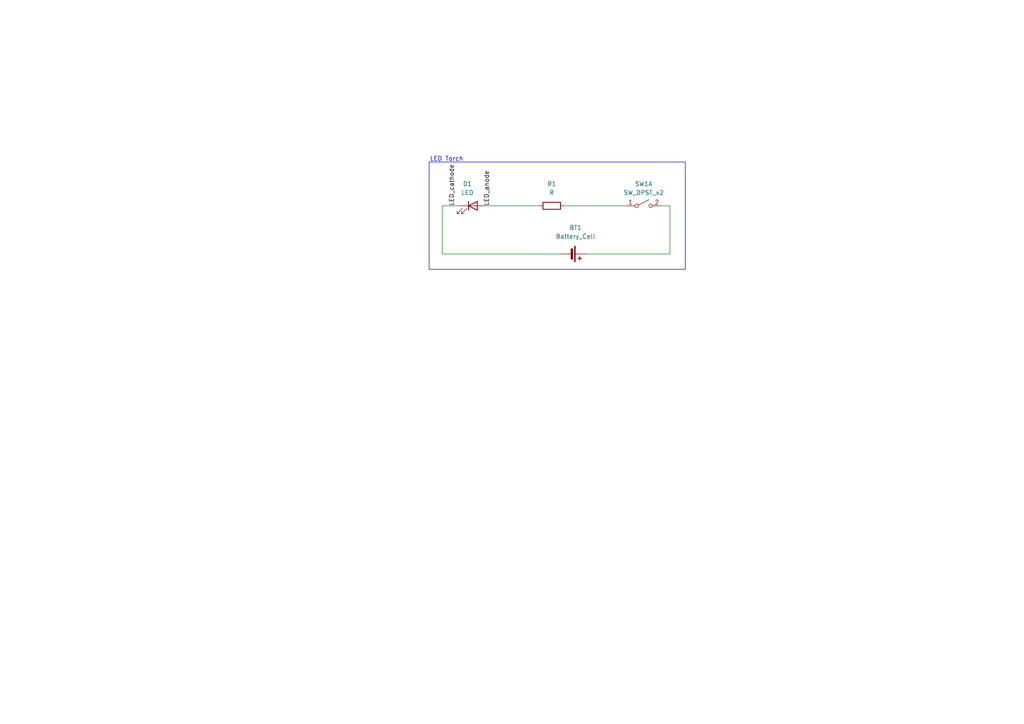
<source format=kicad_sch>
(kicad_sch (version 20231120) (generator "eeschema") (generator_version "8.0")
  (paper "A4")
  (title_block (title "LED projects") (date "2024-12-26") (rev "1") (company "Electro edge technologies"))
  (lib_symbols
    (symbol "Device:Battery_Cell" (pin_numbers hide) (pin_names (offset 0) hide)
      (property "Reference" "BT" (at 2.54 2.54 0))
      (property "Value" "Battery_Cell" (at 2.54 0 0))
      (symbol "Battery_Cell_0_1"
        (rectangle (start -2.286 1.778) (end 2.286 1.524) (fill (type outline)))
        (rectangle (start -1.524 1.016) (end 1.524 0.508) (fill (type outline)))
        (polyline (pts (xy 0 0.762) (xy 0 0)))
        (polyline (pts (xy 0 1.778) (xy 0 2.54)))
        (polyline (pts (xy 0.762 3.048) (xy 1.778 3.048)) (stroke (width 0.254)))
        (polyline (pts (xy 1.27 3.556) (xy 1.27 2.54)) (stroke (width 0.254)))
      )
      (symbol "Battery_Cell_1_1"
        (pin passive line (at 0 5.08 270) (length 2.54) (name "+") (number "1"))
        (pin passive line (at 0 -2.54 90) (length 2.54) (name "-") (number "2"))
      )
    )
    (symbol "Device:LED" (pin_numbers hide) (pin_names (offset 1.016) hide)
      (property "Reference" "D" (at 0 2.54 0))
      (property "Value" "LED" (at 0 -2.54 0))
      (symbol "LED_0_1"
        (polyline (pts (xy -1.27 -1.27) (xy -1.27 1.27)) (stroke (width 0.254)))
        (polyline (pts (xy -1.27 0) (xy 1.27 0)))
        (polyline (pts (xy 1.27 -1.27) (xy 1.27 1.27) (xy -1.27 0) (xy 1.27 -1.27)) (stroke (width 0.254)))
        (polyline (pts (xy -3.048 -0.762) (xy -4.572 -2.286) (xy -3.81 -2.286) (xy -4.572 -2.286) (xy -4.572 -1.524)))
        (polyline (pts (xy -1.778 -0.762) (xy -3.302 -2.286) (xy -2.54 -2.286) (xy -3.302 -2.286) (xy -3.302 -1.524)))
      )
      (symbol "LED_1_1"
        (pin passive line (at -3.81 0 0) (length 2.54) (name "K") (number "1"))
        (pin passive line (at 3.81 0 180) (length 2.54) (name "A") (number "2"))
      )
    )
    (symbol "Device:R" (pin_numbers hide) (pin_names (offset 0))
      (property "Reference" "R" (at 2.032 0 90))
      (property "Value" "R" (at 0 0 90))
      (symbol "R_0_1"
        (rectangle (start -1.016 -2.54) (end 1.016 2.54) (stroke (width 0.254)))
      )
      (symbol "R_1_1"
        (pin passive line (at 0 3.81 270) (length 1.27) (name "~") (number "1"))
        (pin passive line (at 0 -3.81 90) (length 1.27) (name "~") (number "2"))
      )
    )
    (symbol "Switch:SW_DPST_x2" (pin_names (offset 0) hide)
      (property "Reference" "SW" (at 0 3.175 0))
      (property "Value" "SW_DPST_x2" (at 0 -2.54 0))
      (symbol "SW_DPST_x2_0_0"
        (circle (center -2.032 0) (radius 0.508))
        (polyline (pts (xy -1.524 0.254) (xy 1.524 1.778)))
        (circle (center 2.032 0) (radius 0.508))
      )
      (symbol "SW_DPST_x2_1_1"
        (pin passive line (at -5.08 0 0) (length 2.54) (name "A") (number "1"))
        (pin passive line (at 5.08 0 180) (length 2.54) (name "B") (number "2"))
      )
      (symbol "SW_DPST_x2_2_1"
        (pin passive line (at -5.08 0 0) (length 2.54) (name "A") (number "3"))
        (pin passive line (at 5.08 0 180) (length 2.54) (name "B") (number "4"))
      )
    )
  )
  (wire (pts (xy 128.27 73.66) (xy 162.56 73.66)))
  (wire (pts (xy 170.18 73.66) (xy 194.31 73.66)))
  (wire (pts (xy 133.35 59.69) (xy 128.27 59.69)))
  (wire (pts (xy 140.97 59.69) (xy 156.21 59.69)))
  (wire (pts (xy 194.31 59.69) (xy 191.77 59.69)))
  (wire (pts (xy 163.83 59.69) (xy 181.61 59.69)))
  (wire (pts (xy 194.31 73.66) (xy 194.31 59.69)))
  (wire (pts (xy 128.27 59.69) (xy 128.27 73.66)))
  (rectangle (start 124.46 46.99) (end 198.755 78.105))
  (text "LED Torch" (at 129.54 46.228 0) (effects (font (size 1.27 1.27))))
  (label "LED_cathode" (at 132.08 59.69 90))
  (label "LED_anode" (at 142.24 59.69 90))
  (symbol (lib_id "Device:Battery_Cell") (at 165.1 73.66 270) (unit 1)
    (property "Reference" "BT1" (at 166.9415 66.04 90))
    (property "Value" "Battery_Cell" (at 166.9415 68.58 90))
    (property "Footprint" "Battery:BatteryHolder_Keystone_1058_1x2032" (effects (hide yes)))
    (property "Description" "Single-cell battery" (effects (hide yes)))
  )
  (symbol (lib_id "Device:LED") (at 137.16 59.69 0) (unit 1)
    (property "Reference" "D1" (at 135.5725 53.34 0))
    (property "Value" "LED" (at 135.5725 55.88 0))
    (property "Footprint" "LED_THT:LED_D5.0mm" (effects (hide yes)))
    (property "Description" "Light emitting diode" (effects (hide yes)))
  )
  (symbol (lib_id "Device:R") (at 160.02 59.69 270) (unit 1)
    (property "Reference" "R1" (at 160.02 53.34 90))
    (property "Value" "R" (at 160.02 55.88 90))
    (property "Footprint" "Resistor_THT:R_Axial_DIN0207_L6.3mm_D2.5mm_P7.62mm_Horizontal" (effects (hide yes)))
    (property "Description" "Resistor" (effects (hide yes)))
  )
  (symbol (lib_id "Switch:SW_DPST_x2") (at 186.69 59.69 0) (unit 1)
    (property "Reference" "SW1" (at 186.69 53.34 0))
    (property "Value" "SW_DPST_x2" (at 186.69 55.88 0))
    (property "Footprint" "Button_Switch_THT:SW_SPST_Omron_B3F-40xx" (effects (hide yes)))
    (property "Description" "Single Pole Single Throw (SPST) switch, separate symbol" (effects (hide yes)))
  )
)
</source>
